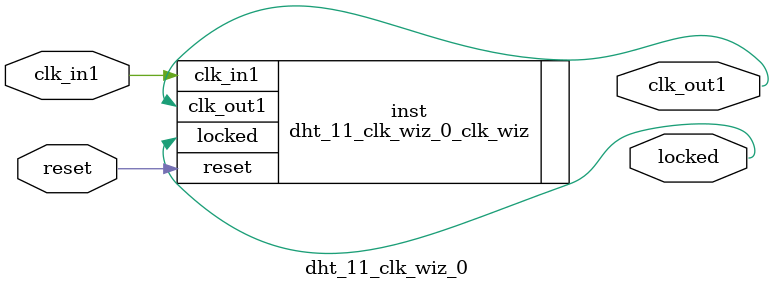
<source format=v>


`timescale 1ps/1ps

(* CORE_GENERATION_INFO = "dht_11_clk_wiz_0,clk_wiz_v6_0_15_0_0,{component_name=dht_11_clk_wiz_0,use_phase_alignment=true,use_min_o_jitter=false,use_max_i_jitter=false,use_dyn_phase_shift=false,use_inclk_switchover=false,use_dyn_reconfig=false,enable_axi=0,feedback_source=FDBK_AUTO,PRIMITIVE=MMCM,num_out_clk=1,clkin1_period=10.000,clkin2_period=10.000,use_power_down=false,use_reset=true,use_locked=true,use_inclk_stopped=false,feedback_type=SINGLE,CLOCK_MGR_TYPE=NA,manual_override=false}" *)

module dht_11_clk_wiz_0 
 (
  // Clock out ports
  output        clk_out1,
  // Status and control signals
  input         reset,
  output        locked,
 // Clock in ports
  input         clk_in1
 );

  dht_11_clk_wiz_0_clk_wiz inst
  (
  // Clock out ports  
  .clk_out1(clk_out1),
  // Status and control signals               
  .reset(reset), 
  .locked(locked),
 // Clock in ports
  .clk_in1(clk_in1)
  );

endmodule

</source>
